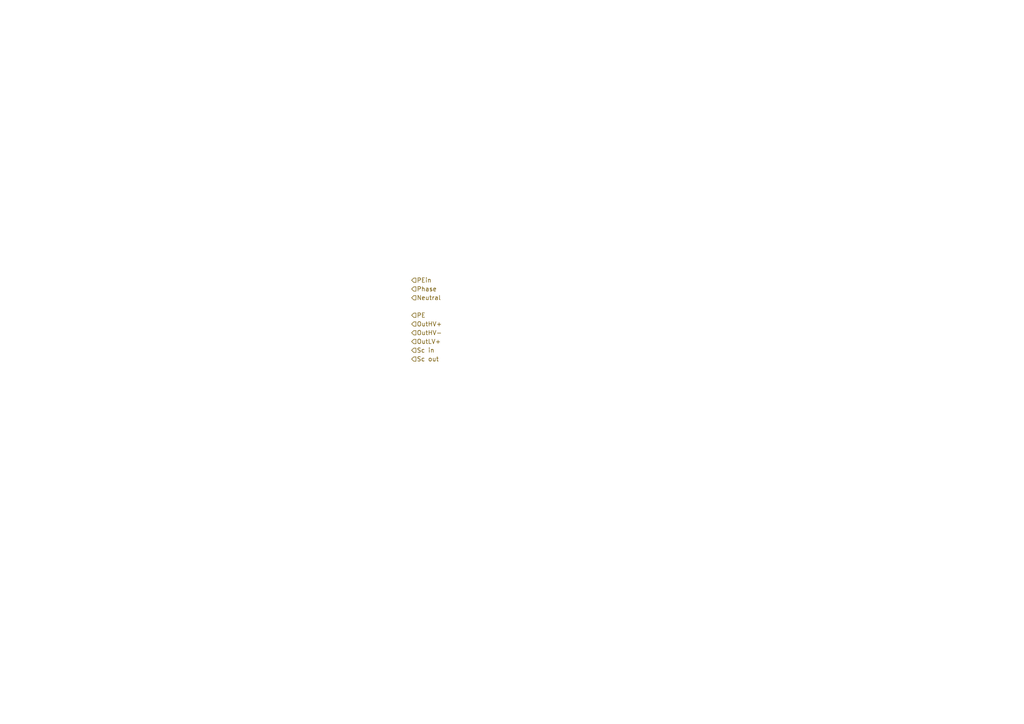
<source format=kicad_sch>
(kicad_sch
	(version 20231120)
	(generator "eeschema")
	(generator_version "8.0")
	(uuid "6b5739d9-a5e4-46c2-b5ca-f59ab3e262a4")
	(paper "A4")
	(lib_symbols)
	(hierarchical_label "PE"
		(shape input)
		(at 119.38 91.44 0)
		(fields_autoplaced yes)
		(effects
			(font
				(size 1.27 1.27)
			)
			(justify left)
		)
		(uuid "182b8362-075f-4633-ba9c-59ad095e6c53")
	)
	(hierarchical_label "Sc in"
		(shape input)
		(at 119.38 101.6 0)
		(fields_autoplaced yes)
		(effects
			(font
				(size 1.27 1.27)
			)
			(justify left)
		)
		(uuid "24df65ff-2b5f-4227-8c89-0b63096bd101")
	)
	(hierarchical_label "OutHV-"
		(shape input)
		(at 119.38 96.52 0)
		(fields_autoplaced yes)
		(effects
			(font
				(size 1.27 1.27)
			)
			(justify left)
		)
		(uuid "3b6054b8-302b-49fe-99f7-f2f9427601d5")
	)
	(hierarchical_label "Sc out"
		(shape input)
		(at 119.38 104.14 0)
		(fields_autoplaced yes)
		(effects
			(font
				(size 1.27 1.27)
			)
			(justify left)
		)
		(uuid "44ac5de7-461f-4f4a-ad8b-8ab9d14dced5")
	)
	(hierarchical_label "OutLV+"
		(shape input)
		(at 119.38 99.06 0)
		(fields_autoplaced yes)
		(effects
			(font
				(size 1.27 1.27)
			)
			(justify left)
		)
		(uuid "61525987-1f77-4564-9890-5be079a19a65")
	)
	(hierarchical_label "Phase"
		(shape input)
		(at 119.38 83.82 0)
		(fields_autoplaced yes)
		(effects
			(font
				(size 1.27 1.27)
			)
			(justify left)
		)
		(uuid "813fba4a-4d69-47a4-84ae-c4568459e39d")
	)
	(hierarchical_label "Neutral"
		(shape input)
		(at 119.38 86.36 0)
		(fields_autoplaced yes)
		(effects
			(font
				(size 1.27 1.27)
			)
			(justify left)
		)
		(uuid "8458b13c-7d32-4a27-9f28-2cdf6b84650e")
	)
	(hierarchical_label "OutHV+"
		(shape input)
		(at 119.38 93.98 0)
		(fields_autoplaced yes)
		(effects
			(font
				(size 1.27 1.27)
			)
			(justify left)
		)
		(uuid "a86a3fa6-f66c-4b17-bea9-cccf34622136")
	)
	(hierarchical_label "PEin"
		(shape input)
		(at 119.38 81.28 0)
		(fields_autoplaced yes)
		(effects
			(font
				(size 1.27 1.27)
			)
			(justify left)
		)
		(uuid "e67a9dd1-a486-48dd-ae49-4f5a44981601")
	)
)
</source>
